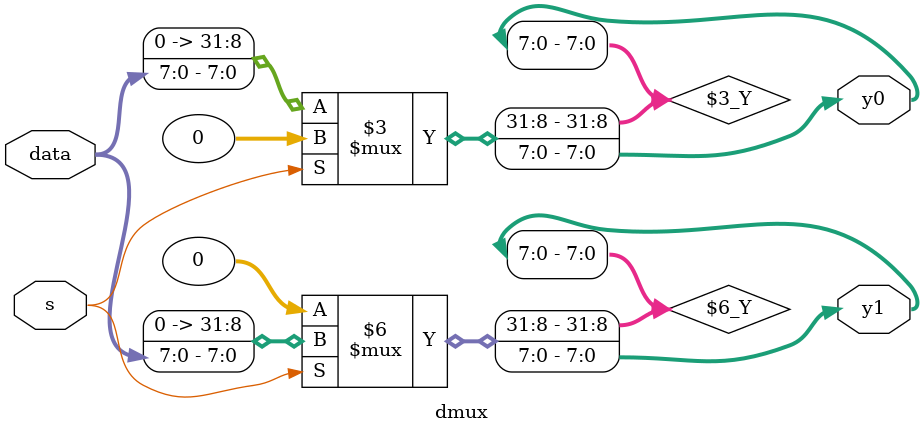
<source format=sv>
`timescale 1ns / 1ps


module dmux #(parameter WIDTH = 8)(
    input   logic [WIDTH-1:0]   data,
    input   logic s,
    output  logic [WIDTH-1:0]   y0, y1
    );
    
    assign y0 = (s == 0) ? data : 0;
    assign y1 = (s == 1) ? data : 0;
    
endmodule


</source>
